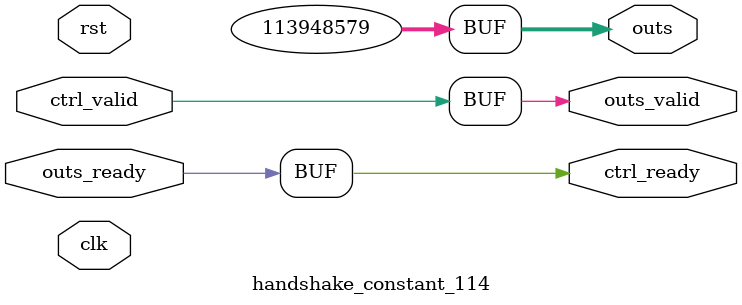
<source format=v>
`timescale 1ns / 1ps
module handshake_constant_114 #(
  parameter DATA_WIDTH = 32  // Default set to 32 bits
) (
  input                       clk,
  input                       rst,
  // Input Channel
  input                       ctrl_valid,
  output                      ctrl_ready,
  // Output Channel
  output [DATA_WIDTH - 1 : 0] outs,
  output                      outs_valid,
  input                       outs_ready
);
  assign outs       = 27'b110110010101011011110100011;
  assign outs_valid = ctrl_valid;
  assign ctrl_ready = outs_ready;

endmodule

</source>
